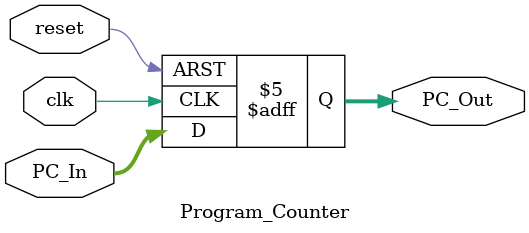
<source format=v>
`timescale 1ns / 1ps


module Program_Counter
(
	input clk,reset,
	input [63:0] PC_In,
	//input pc_write,
	output reg [63:0] PC_Out
);

//	initial 
//	PC_Out=64'd0;

	always @ (posedge clk or posedge reset)
	begin
		if (reset)
			PC_Out=64'd0;
		else if (reset==0)
			PC_Out=PC_In;
	    else   
	       PC_Out=PC_In;
	       
	end

endmodule

</source>
